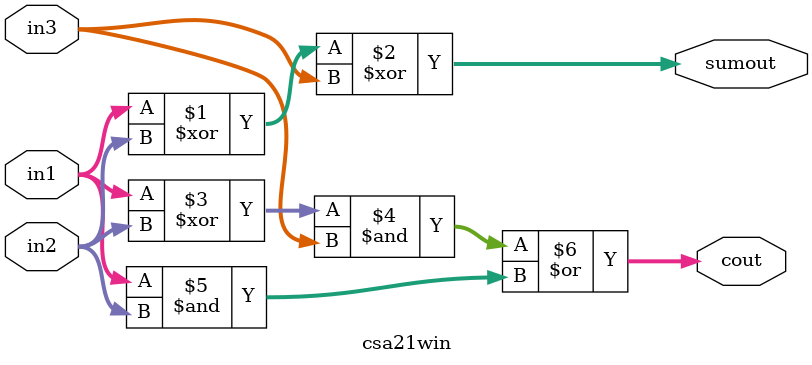
<source format=v>
module csa21win(cout,sumout,in1,in2,in3);
input[20:0]in1,in2,in3;
output[20:0]cout,sumout;
assign sumout=(in1^in2)^in3;
assign cout=((in1^in2)&in3)|(in1&in2);
endmodule

</source>
